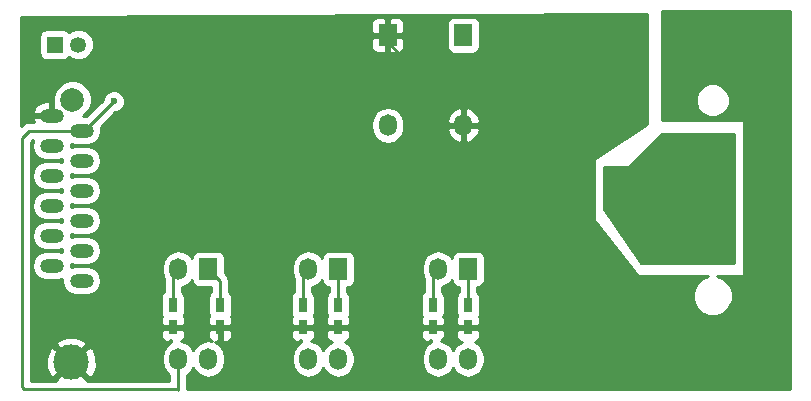
<source format=gbr>
G04 #@! TF.FileFunction,Copper,L2,Bot,Signal*
%FSLAX46Y46*%
G04 Gerber Fmt 4.6, Leading zero omitted, Abs format (unit mm)*
G04 Created by KiCad (PCBNEW 4.0.4+e1-6308~48~ubuntu14.04.1-stable) date Sun Oct 16 10:35:48 2016*
%MOMM*%
%LPD*%
G01*
G04 APERTURE LIST*
%ADD10C,0.100000*%
%ADD11R,1.350000X1.350000*%
%ADD12C,1.350000*%
%ADD13O,2.000000X1.200000*%
%ADD14C,2.000000*%
%ADD15R,0.750000X1.200000*%
%ADD16R,1.524000X1.824000*%
%ADD17O,1.524000X1.824000*%
%ADD18C,3.000000*%
%ADD19C,0.600000*%
%ADD20C,0.250000*%
%ADD21C,0.254000*%
G04 APERTURE END LIST*
D10*
D11*
X154000000Y-93000000D03*
D12*
X156000000Y-93000000D03*
D13*
X153730000Y-99015000D03*
X156270000Y-100285000D03*
X153730000Y-101555000D03*
X156270000Y-102825000D03*
X153730000Y-104095000D03*
X156270000Y-105365000D03*
X153730000Y-106635000D03*
X156270000Y-107905000D03*
X153730000Y-109175000D03*
X156270000Y-110445000D03*
X153730000Y-111715000D03*
X156270000Y-112985000D03*
D14*
X155500000Y-97650000D03*
D15*
X189000000Y-115050000D03*
X189000000Y-116950000D03*
X186000000Y-115050000D03*
X186000000Y-116950000D03*
X168000000Y-115050000D03*
X168000000Y-116950000D03*
X164000000Y-115050000D03*
X164000000Y-116950000D03*
X178000000Y-115050000D03*
X178000000Y-116950000D03*
X175000000Y-115050000D03*
X175000000Y-116950000D03*
D16*
X188600000Y-92200000D03*
D17*
X188600000Y-99820000D03*
D16*
X182200000Y-92200000D03*
D17*
X182200000Y-99820000D03*
D16*
X167000000Y-112000000D03*
D17*
X167000000Y-119620000D03*
X164460000Y-112000000D03*
X164460000Y-119620000D03*
D16*
X178000000Y-112000000D03*
D17*
X178000000Y-119620000D03*
X175460000Y-112000000D03*
X175460000Y-119620000D03*
D16*
X189000000Y-112000000D03*
D17*
X189000000Y-119620000D03*
X186460000Y-112000000D03*
X186460000Y-119620000D03*
D18*
X155400000Y-119900000D03*
D19*
X213300000Y-107400000D03*
X213300000Y-104600000D03*
X213300000Y-101900000D03*
X163600000Y-96800000D03*
X200600000Y-117500000D03*
X199600000Y-111200000D03*
X172200000Y-98400000D03*
X169400000Y-98400000D03*
X215200000Y-108800000D03*
X215200000Y-106000000D03*
X215000000Y-103400000D03*
X215200000Y-100400000D03*
X190400000Y-107000000D03*
X175000000Y-98400000D03*
X173400000Y-94400000D03*
X195400000Y-103000000D03*
X190400000Y-105200000D03*
X203000000Y-107400000D03*
X207200000Y-108800000D03*
X205800000Y-101000000D03*
X206000000Y-103200000D03*
X207600000Y-106000000D03*
X206800000Y-103200000D03*
X205400000Y-107400000D03*
X206400000Y-105800000D03*
X159000000Y-97800000D03*
D20*
X164000000Y-116950000D02*
X158350000Y-116950000D01*
X158350000Y-116950000D02*
X155400000Y-119900000D01*
X213400000Y-107500000D02*
X215200000Y-107500000D01*
X213300000Y-107400000D02*
X213400000Y-107500000D01*
X213300000Y-101900000D02*
X213300000Y-104600000D01*
X215200000Y-108800000D02*
X215200000Y-115600000D01*
X213300000Y-117500000D02*
X200600000Y-117500000D01*
X215200000Y-115600000D02*
X213300000Y-117500000D01*
X182200000Y-92200000D02*
X182200000Y-92800000D01*
X182200000Y-92800000D02*
X184100000Y-94700000D01*
X188600000Y-99820000D02*
X185580000Y-99820000D01*
X185580000Y-99820000D02*
X185400000Y-100000000D01*
X163600000Y-96800000D02*
X163600000Y-96000000D01*
X182800000Y-96000000D02*
X182800000Y-97600000D01*
X184100000Y-94700000D02*
X182800000Y-96000000D01*
X164000000Y-116950000D02*
X168000000Y-116950000D01*
X168000000Y-116950000D02*
X175000000Y-116950000D01*
X175000000Y-116950000D02*
X178000000Y-116950000D01*
X178000000Y-116950000D02*
X186000000Y-116950000D01*
X186000000Y-116950000D02*
X189000000Y-116950000D01*
X189000000Y-116950000D02*
X189050000Y-117000000D01*
X189050000Y-117000000D02*
X191200000Y-117000000D01*
X191200000Y-117000000D02*
X192200000Y-116000000D01*
X172200000Y-96000000D02*
X172200000Y-96200000D01*
X172200000Y-98400000D02*
X172200000Y-96000000D01*
X169400000Y-98400000D02*
X169400000Y-96200000D01*
X153730000Y-96670000D02*
X153730000Y-99015000D01*
X154400000Y-96000000D02*
X153730000Y-96670000D01*
X173400000Y-96000000D02*
X163600000Y-96000000D01*
X163600000Y-96000000D02*
X161800000Y-96000000D01*
X161800000Y-96000000D02*
X159600000Y-96000000D01*
X159600000Y-96000000D02*
X158600000Y-96000000D01*
X158600000Y-96000000D02*
X154400000Y-96000000D01*
X215200000Y-103600000D02*
X215200000Y-104000000D01*
X215000000Y-103400000D02*
X215200000Y-103600000D01*
X215200000Y-100400000D02*
X215200000Y-104000000D01*
X215200000Y-104000000D02*
X215200000Y-106000000D01*
X215200000Y-106000000D02*
X215200000Y-107500000D01*
X215200000Y-107500000D02*
X215200000Y-108800000D01*
X199600000Y-111200000D02*
X197400000Y-113400000D01*
X192200000Y-116000000D02*
X192200000Y-113400000D01*
X197400000Y-113400000D02*
X192200000Y-113400000D01*
X192200000Y-113400000D02*
X192200000Y-111400000D01*
X192200000Y-111400000D02*
X190400000Y-109600000D01*
X197400000Y-114300000D02*
X197400000Y-113400000D01*
X200600000Y-117500000D02*
X197400000Y-114300000D01*
X175000000Y-98400000D02*
X175000000Y-96000000D01*
X173400000Y-94400000D02*
X173400000Y-96000000D01*
X181200000Y-96000000D02*
X175000000Y-96000000D01*
X175000000Y-96000000D02*
X173400000Y-96000000D01*
X195400000Y-103000000D02*
X188200000Y-103000000D01*
X190400000Y-105200000D02*
X188200000Y-103000000D01*
X188200000Y-103000000D02*
X185600000Y-100400000D01*
X185600000Y-100400000D02*
X182800000Y-97600000D01*
X190400000Y-107000000D02*
X190400000Y-105200000D01*
X190400000Y-109600000D02*
X190400000Y-107000000D01*
X182800000Y-97600000D02*
X181200000Y-96000000D01*
X204400000Y-108800000D02*
X207200000Y-108800000D01*
X203000000Y-107400000D02*
X204400000Y-108800000D01*
X206000000Y-103200000D02*
X205800000Y-103000000D01*
X205800000Y-101000000D02*
X205800000Y-103000000D01*
X207600000Y-104000000D02*
X207600000Y-106000000D01*
X206800000Y-103200000D02*
X207600000Y-104000000D01*
X206400000Y-105800000D02*
X206400000Y-106400000D01*
X206400000Y-106400000D02*
X205400000Y-107400000D01*
X164460000Y-119620000D02*
X164460000Y-122240000D01*
X151815000Y-100285000D02*
X156270000Y-100285000D01*
X151200000Y-100900000D02*
X151815000Y-100285000D01*
X151200000Y-122000000D02*
X151200000Y-100900000D01*
X151400000Y-122200000D02*
X151200000Y-122000000D01*
X164420000Y-122200000D02*
X151400000Y-122200000D01*
X164460000Y-122240000D02*
X164420000Y-122200000D01*
X156270000Y-100285000D02*
X156515000Y-100285000D01*
X156515000Y-100285000D02*
X159000000Y-97800000D01*
X175000000Y-115050000D02*
X175000000Y-112460000D01*
X175000000Y-112460000D02*
X175460000Y-112000000D01*
X178000000Y-115050000D02*
X178000000Y-112000000D01*
X164000000Y-115050000D02*
X164000000Y-112460000D01*
X164000000Y-112460000D02*
X164460000Y-112000000D01*
X168000000Y-115050000D02*
X168000000Y-113000000D01*
X168000000Y-113000000D02*
X167000000Y-112000000D01*
X186000000Y-115050000D02*
X186000000Y-112460000D01*
X186000000Y-112460000D02*
X186460000Y-112000000D01*
X189000000Y-115050000D02*
X189000000Y-112000000D01*
D21*
G36*
X211473000Y-111473000D02*
X203666359Y-111473000D01*
X200527000Y-106960171D01*
X200527000Y-103327000D01*
X202600000Y-103327000D01*
X202649410Y-103316994D01*
X202689803Y-103289803D01*
X205452606Y-100527000D01*
X211473000Y-100527000D01*
X211473000Y-111473000D01*
X211473000Y-111473000D01*
G37*
X211473000Y-111473000D02*
X203666359Y-111473000D01*
X200527000Y-106960171D01*
X200527000Y-103327000D01*
X202600000Y-103327000D01*
X202649410Y-103316994D01*
X202689803Y-103289803D01*
X205452606Y-100527000D01*
X211473000Y-100527000D01*
X211473000Y-111473000D01*
G36*
X216290000Y-122123000D02*
X165220000Y-122123000D01*
X165220000Y-120940366D01*
X165447828Y-120788136D01*
X165730000Y-120365837D01*
X166012172Y-120788136D01*
X166465391Y-121090968D01*
X167000000Y-121197308D01*
X167534609Y-121090968D01*
X167987828Y-120788136D01*
X168290660Y-120334917D01*
X168397000Y-119800308D01*
X168397000Y-119439692D01*
X168290660Y-118905083D01*
X167987828Y-118451864D01*
X167588439Y-118185000D01*
X167714250Y-118185000D01*
X167873000Y-118026250D01*
X167873000Y-117077000D01*
X168127000Y-117077000D01*
X168127000Y-118026250D01*
X168285750Y-118185000D01*
X168501310Y-118185000D01*
X168734699Y-118088327D01*
X168913327Y-117909698D01*
X169010000Y-117676309D01*
X169010000Y-117235750D01*
X173990000Y-117235750D01*
X173990000Y-117676309D01*
X174086673Y-117909698D01*
X174265301Y-118088327D01*
X174498690Y-118185000D01*
X174714250Y-118185000D01*
X174872998Y-118026252D01*
X174872998Y-118184040D01*
X174472172Y-118451864D01*
X174169340Y-118905083D01*
X174063000Y-119439692D01*
X174063000Y-119800308D01*
X174169340Y-120334917D01*
X174472172Y-120788136D01*
X174925391Y-121090968D01*
X175460000Y-121197308D01*
X175994609Y-121090968D01*
X176447828Y-120788136D01*
X176730000Y-120365837D01*
X177012172Y-120788136D01*
X177465391Y-121090968D01*
X178000000Y-121197308D01*
X178534609Y-121090968D01*
X178987828Y-120788136D01*
X179290660Y-120334917D01*
X179397000Y-119800308D01*
X179397000Y-119439692D01*
X179290660Y-118905083D01*
X178987828Y-118451864D01*
X178555096Y-118162721D01*
X178734699Y-118088327D01*
X178913327Y-117909698D01*
X179010000Y-117676309D01*
X179010000Y-117235750D01*
X184990000Y-117235750D01*
X184990000Y-117676309D01*
X185086673Y-117909698D01*
X185265301Y-118088327D01*
X185498690Y-118185000D01*
X185714250Y-118185000D01*
X185872998Y-118026252D01*
X185872998Y-118184040D01*
X185472172Y-118451864D01*
X185169340Y-118905083D01*
X185063000Y-119439692D01*
X185063000Y-119800308D01*
X185169340Y-120334917D01*
X185472172Y-120788136D01*
X185925391Y-121090968D01*
X186460000Y-121197308D01*
X186994609Y-121090968D01*
X187447828Y-120788136D01*
X187730000Y-120365837D01*
X188012172Y-120788136D01*
X188465391Y-121090968D01*
X189000000Y-121197308D01*
X189534609Y-121090968D01*
X189987828Y-120788136D01*
X190290660Y-120334917D01*
X190397000Y-119800308D01*
X190397000Y-119439692D01*
X190290660Y-118905083D01*
X189987828Y-118451864D01*
X189555096Y-118162721D01*
X189734699Y-118088327D01*
X189913327Y-117909698D01*
X190010000Y-117676309D01*
X190010000Y-117235750D01*
X189851250Y-117077000D01*
X189127000Y-117077000D01*
X189127000Y-117097000D01*
X188873000Y-117097000D01*
X188873000Y-117077000D01*
X188148750Y-117077000D01*
X187990000Y-117235750D01*
X187990000Y-117676309D01*
X188086673Y-117909698D01*
X188265301Y-118088327D01*
X188444904Y-118162721D01*
X188012172Y-118451864D01*
X187730000Y-118874163D01*
X187447828Y-118451864D01*
X186994609Y-118149032D01*
X186720011Y-118094411D01*
X186734699Y-118088327D01*
X186913327Y-117909698D01*
X187010000Y-117676309D01*
X187010000Y-117235750D01*
X186851250Y-117077000D01*
X186127000Y-117077000D01*
X186127000Y-117097000D01*
X185873000Y-117097000D01*
X185873000Y-117077000D01*
X185148750Y-117077000D01*
X184990000Y-117235750D01*
X179010000Y-117235750D01*
X178851250Y-117077000D01*
X178127000Y-117077000D01*
X178127000Y-117097000D01*
X177873000Y-117097000D01*
X177873000Y-117077000D01*
X177148750Y-117077000D01*
X176990000Y-117235750D01*
X176990000Y-117676309D01*
X177086673Y-117909698D01*
X177265301Y-118088327D01*
X177444904Y-118162721D01*
X177012172Y-118451864D01*
X176730000Y-118874163D01*
X176447828Y-118451864D01*
X175994609Y-118149032D01*
X175720011Y-118094411D01*
X175734699Y-118088327D01*
X175913327Y-117909698D01*
X176010000Y-117676309D01*
X176010000Y-117235750D01*
X175851250Y-117077000D01*
X175127000Y-117077000D01*
X175127000Y-117097000D01*
X174873000Y-117097000D01*
X174873000Y-117077000D01*
X174148750Y-117077000D01*
X173990000Y-117235750D01*
X169010000Y-117235750D01*
X168851250Y-117077000D01*
X168127000Y-117077000D01*
X167873000Y-117077000D01*
X167148750Y-117077000D01*
X166990000Y-117235750D01*
X166990000Y-117676309D01*
X167086673Y-117909698D01*
X167265301Y-118088327D01*
X167298447Y-118102057D01*
X167000000Y-118042692D01*
X166465391Y-118149032D01*
X166012172Y-118451864D01*
X165730000Y-118874163D01*
X165447828Y-118451864D01*
X164994609Y-118149032D01*
X164720011Y-118094411D01*
X164734699Y-118088327D01*
X164913327Y-117909698D01*
X165010000Y-117676309D01*
X165010000Y-117235750D01*
X164851250Y-117077000D01*
X164127000Y-117077000D01*
X164127000Y-117097000D01*
X163873000Y-117097000D01*
X163873000Y-117077000D01*
X163148750Y-117077000D01*
X162990000Y-117235750D01*
X162990000Y-117676309D01*
X163086673Y-117909698D01*
X163265301Y-118088327D01*
X163498690Y-118185000D01*
X163714250Y-118185000D01*
X163872998Y-118026252D01*
X163872998Y-118184040D01*
X163472172Y-118451864D01*
X163169340Y-118905083D01*
X163063000Y-119439692D01*
X163063000Y-119800308D01*
X163169340Y-120334917D01*
X163472172Y-120788136D01*
X163700000Y-120940366D01*
X163700000Y-121440000D01*
X156721317Y-121440000D01*
X156734365Y-121413970D01*
X155400000Y-120079605D01*
X154065635Y-121413970D01*
X154078683Y-121440000D01*
X151960000Y-121440000D01*
X151960000Y-119516187D01*
X153257277Y-119516187D01*
X153273503Y-120365387D01*
X153567261Y-121074582D01*
X153886030Y-121234365D01*
X155220395Y-119900000D01*
X155579605Y-119900000D01*
X156913970Y-121234365D01*
X157232739Y-121074582D01*
X157542723Y-120283813D01*
X157526497Y-119434613D01*
X157232739Y-118725418D01*
X156913970Y-118565635D01*
X155579605Y-119900000D01*
X155220395Y-119900000D01*
X153886030Y-118565635D01*
X153567261Y-118725418D01*
X153257277Y-119516187D01*
X151960000Y-119516187D01*
X151960000Y-118386030D01*
X154065635Y-118386030D01*
X155400000Y-119720395D01*
X156734365Y-118386030D01*
X156574582Y-118067261D01*
X155783813Y-117757277D01*
X154934613Y-117773503D01*
X154225418Y-118067261D01*
X154065635Y-118386030D01*
X151960000Y-118386030D01*
X151960000Y-114450000D01*
X162977560Y-114450000D01*
X162977560Y-115650000D01*
X163021838Y-115885317D01*
X163088329Y-115988646D01*
X163086673Y-115990302D01*
X162990000Y-116223691D01*
X162990000Y-116664250D01*
X163148750Y-116823000D01*
X163873000Y-116823000D01*
X163873000Y-116803000D01*
X164127000Y-116803000D01*
X164127000Y-116823000D01*
X164851250Y-116823000D01*
X165010000Y-116664250D01*
X165010000Y-116223691D01*
X164913327Y-115990302D01*
X164911957Y-115988932D01*
X164971431Y-115901890D01*
X165022440Y-115650000D01*
X165022440Y-114450000D01*
X164978162Y-114214683D01*
X164839090Y-113998559D01*
X164760000Y-113944519D01*
X164760000Y-113517634D01*
X164994609Y-113470968D01*
X165447828Y-113168136D01*
X165596803Y-112945179D01*
X165634838Y-113147317D01*
X165773910Y-113363441D01*
X165986110Y-113508431D01*
X166238000Y-113559440D01*
X167240000Y-113559440D01*
X167240000Y-113943156D01*
X167173559Y-113985910D01*
X167028569Y-114198110D01*
X166977560Y-114450000D01*
X166977560Y-115650000D01*
X167021838Y-115885317D01*
X167088329Y-115988646D01*
X167086673Y-115990302D01*
X166990000Y-116223691D01*
X166990000Y-116664250D01*
X167148750Y-116823000D01*
X167873000Y-116823000D01*
X167873000Y-116803000D01*
X168127000Y-116803000D01*
X168127000Y-116823000D01*
X168851250Y-116823000D01*
X169010000Y-116664250D01*
X169010000Y-116223691D01*
X168913327Y-115990302D01*
X168911957Y-115988932D01*
X168971431Y-115901890D01*
X169022440Y-115650000D01*
X169022440Y-114450000D01*
X173977560Y-114450000D01*
X173977560Y-115650000D01*
X174021838Y-115885317D01*
X174088329Y-115988646D01*
X174086673Y-115990302D01*
X173990000Y-116223691D01*
X173990000Y-116664250D01*
X174148750Y-116823000D01*
X174873000Y-116823000D01*
X174873000Y-116803000D01*
X175127000Y-116803000D01*
X175127000Y-116823000D01*
X175851250Y-116823000D01*
X176010000Y-116664250D01*
X176010000Y-116223691D01*
X175913327Y-115990302D01*
X175911957Y-115988932D01*
X175971431Y-115901890D01*
X176022440Y-115650000D01*
X176022440Y-114450000D01*
X175978162Y-114214683D01*
X175839090Y-113998559D01*
X175760000Y-113944519D01*
X175760000Y-113517634D01*
X175994609Y-113470968D01*
X176447828Y-113168136D01*
X176596803Y-112945179D01*
X176634838Y-113147317D01*
X176773910Y-113363441D01*
X176986110Y-113508431D01*
X177238000Y-113559440D01*
X177240000Y-113559440D01*
X177240000Y-113943156D01*
X177173559Y-113985910D01*
X177028569Y-114198110D01*
X176977560Y-114450000D01*
X176977560Y-115650000D01*
X177021838Y-115885317D01*
X177088329Y-115988646D01*
X177086673Y-115990302D01*
X176990000Y-116223691D01*
X176990000Y-116664250D01*
X177148750Y-116823000D01*
X177873000Y-116823000D01*
X177873000Y-116803000D01*
X178127000Y-116803000D01*
X178127000Y-116823000D01*
X178851250Y-116823000D01*
X179010000Y-116664250D01*
X179010000Y-116223691D01*
X178913327Y-115990302D01*
X178911957Y-115988932D01*
X178971431Y-115901890D01*
X179022440Y-115650000D01*
X179022440Y-114450000D01*
X184977560Y-114450000D01*
X184977560Y-115650000D01*
X185021838Y-115885317D01*
X185088329Y-115988646D01*
X185086673Y-115990302D01*
X184990000Y-116223691D01*
X184990000Y-116664250D01*
X185148750Y-116823000D01*
X185873000Y-116823000D01*
X185873000Y-116803000D01*
X186127000Y-116803000D01*
X186127000Y-116823000D01*
X186851250Y-116823000D01*
X187010000Y-116664250D01*
X187010000Y-116223691D01*
X186913327Y-115990302D01*
X186911957Y-115988932D01*
X186971431Y-115901890D01*
X187022440Y-115650000D01*
X187022440Y-114450000D01*
X186978162Y-114214683D01*
X186839090Y-113998559D01*
X186760000Y-113944519D01*
X186760000Y-113517634D01*
X186994609Y-113470968D01*
X187447828Y-113168136D01*
X187596803Y-112945179D01*
X187634838Y-113147317D01*
X187773910Y-113363441D01*
X187986110Y-113508431D01*
X188238000Y-113559440D01*
X188240000Y-113559440D01*
X188240000Y-113943156D01*
X188173559Y-113985910D01*
X188028569Y-114198110D01*
X187977560Y-114450000D01*
X187977560Y-115650000D01*
X188021838Y-115885317D01*
X188088329Y-115988646D01*
X188086673Y-115990302D01*
X187990000Y-116223691D01*
X187990000Y-116664250D01*
X188148750Y-116823000D01*
X188873000Y-116823000D01*
X188873000Y-116803000D01*
X189127000Y-116803000D01*
X189127000Y-116823000D01*
X189851250Y-116823000D01*
X190010000Y-116664250D01*
X190010000Y-116223691D01*
X189913327Y-115990302D01*
X189911957Y-115988932D01*
X189971431Y-115901890D01*
X190022440Y-115650000D01*
X190022440Y-114450000D01*
X189978162Y-114214683D01*
X189839090Y-113998559D01*
X189760000Y-113944519D01*
X189760000Y-113559440D01*
X189762000Y-113559440D01*
X189997317Y-113515162D01*
X190213441Y-113376090D01*
X190358431Y-113163890D01*
X190409440Y-112912000D01*
X190409440Y-111088000D01*
X190365162Y-110852683D01*
X190226090Y-110636559D01*
X190013890Y-110491569D01*
X189762000Y-110440560D01*
X188238000Y-110440560D01*
X188002683Y-110484838D01*
X187786559Y-110623910D01*
X187641569Y-110836110D01*
X187597168Y-111055367D01*
X187447828Y-110831864D01*
X186994609Y-110529032D01*
X186460000Y-110422692D01*
X185925391Y-110529032D01*
X185472172Y-110831864D01*
X185169340Y-111285083D01*
X185063000Y-111819692D01*
X185063000Y-112180308D01*
X185169340Y-112714917D01*
X185240000Y-112820667D01*
X185240000Y-113943156D01*
X185173559Y-113985910D01*
X185028569Y-114198110D01*
X184977560Y-114450000D01*
X179022440Y-114450000D01*
X178978162Y-114214683D01*
X178839090Y-113998559D01*
X178760000Y-113944519D01*
X178760000Y-113559440D01*
X178762000Y-113559440D01*
X178997317Y-113515162D01*
X179213441Y-113376090D01*
X179358431Y-113163890D01*
X179409440Y-112912000D01*
X179409440Y-111088000D01*
X179365162Y-110852683D01*
X179226090Y-110636559D01*
X179013890Y-110491569D01*
X178762000Y-110440560D01*
X177238000Y-110440560D01*
X177002683Y-110484838D01*
X176786559Y-110623910D01*
X176641569Y-110836110D01*
X176597168Y-111055367D01*
X176447828Y-110831864D01*
X175994609Y-110529032D01*
X175460000Y-110422692D01*
X174925391Y-110529032D01*
X174472172Y-110831864D01*
X174169340Y-111285083D01*
X174063000Y-111819692D01*
X174063000Y-112180308D01*
X174169340Y-112714917D01*
X174240000Y-112820667D01*
X174240000Y-113943156D01*
X174173559Y-113985910D01*
X174028569Y-114198110D01*
X173977560Y-114450000D01*
X169022440Y-114450000D01*
X168978162Y-114214683D01*
X168839090Y-113998559D01*
X168760000Y-113944519D01*
X168760000Y-113000000D01*
X168702148Y-112709161D01*
X168537401Y-112462599D01*
X168409440Y-112334638D01*
X168409440Y-111088000D01*
X168365162Y-110852683D01*
X168226090Y-110636559D01*
X168013890Y-110491569D01*
X167762000Y-110440560D01*
X166238000Y-110440560D01*
X166002683Y-110484838D01*
X165786559Y-110623910D01*
X165641569Y-110836110D01*
X165597168Y-111055367D01*
X165447828Y-110831864D01*
X164994609Y-110529032D01*
X164460000Y-110422692D01*
X163925391Y-110529032D01*
X163472172Y-110831864D01*
X163169340Y-111285083D01*
X163063000Y-111819692D01*
X163063000Y-112180308D01*
X163169340Y-112714917D01*
X163240000Y-112820667D01*
X163240000Y-113943156D01*
X163173559Y-113985910D01*
X163028569Y-114198110D01*
X162977560Y-114450000D01*
X151960000Y-114450000D01*
X151960000Y-101214802D01*
X152129802Y-101045000D01*
X152181957Y-101045000D01*
X152156977Y-101082386D01*
X152062968Y-101555000D01*
X152156977Y-102027614D01*
X152424691Y-102428277D01*
X152825354Y-102695991D01*
X153297968Y-102790000D01*
X154162032Y-102790000D01*
X154628382Y-102697237D01*
X154602968Y-102825000D01*
X154628382Y-102952763D01*
X154162032Y-102860000D01*
X153297968Y-102860000D01*
X152825354Y-102954009D01*
X152424691Y-103221723D01*
X152156977Y-103622386D01*
X152062968Y-104095000D01*
X152156977Y-104567614D01*
X152424691Y-104968277D01*
X152825354Y-105235991D01*
X153297968Y-105330000D01*
X154162032Y-105330000D01*
X154628382Y-105237237D01*
X154602968Y-105365000D01*
X154628382Y-105492763D01*
X154162032Y-105400000D01*
X153297968Y-105400000D01*
X152825354Y-105494009D01*
X152424691Y-105761723D01*
X152156977Y-106162386D01*
X152062968Y-106635000D01*
X152156977Y-107107614D01*
X152424691Y-107508277D01*
X152825354Y-107775991D01*
X153297968Y-107870000D01*
X154162032Y-107870000D01*
X154628382Y-107777237D01*
X154602968Y-107905000D01*
X154628382Y-108032763D01*
X154162032Y-107940000D01*
X153297968Y-107940000D01*
X152825354Y-108034009D01*
X152424691Y-108301723D01*
X152156977Y-108702386D01*
X152062968Y-109175000D01*
X152156977Y-109647614D01*
X152424691Y-110048277D01*
X152825354Y-110315991D01*
X153297968Y-110410000D01*
X154162032Y-110410000D01*
X154628382Y-110317237D01*
X154602968Y-110445000D01*
X154628382Y-110572763D01*
X154162032Y-110480000D01*
X153297968Y-110480000D01*
X152825354Y-110574009D01*
X152424691Y-110841723D01*
X152156977Y-111242386D01*
X152062968Y-111715000D01*
X152156977Y-112187614D01*
X152424691Y-112588277D01*
X152825354Y-112855991D01*
X153297968Y-112950000D01*
X154162032Y-112950000D01*
X154628382Y-112857237D01*
X154602968Y-112985000D01*
X154696977Y-113457614D01*
X154964691Y-113858277D01*
X155365354Y-114125991D01*
X155837968Y-114220000D01*
X156702032Y-114220000D01*
X157174646Y-114125991D01*
X157575309Y-113858277D01*
X157843023Y-113457614D01*
X157937032Y-112985000D01*
X157843023Y-112512386D01*
X157575309Y-112111723D01*
X157174646Y-111844009D01*
X156702032Y-111750000D01*
X155837968Y-111750000D01*
X155371618Y-111842763D01*
X155397032Y-111715000D01*
X155371618Y-111587237D01*
X155837968Y-111680000D01*
X156702032Y-111680000D01*
X157174646Y-111585991D01*
X157575309Y-111318277D01*
X157843023Y-110917614D01*
X157937032Y-110445000D01*
X157843023Y-109972386D01*
X157575309Y-109571723D01*
X157174646Y-109304009D01*
X156702032Y-109210000D01*
X155837968Y-109210000D01*
X155371618Y-109302763D01*
X155397032Y-109175000D01*
X155371618Y-109047237D01*
X155837968Y-109140000D01*
X156702032Y-109140000D01*
X157174646Y-109045991D01*
X157575309Y-108778277D01*
X157843023Y-108377614D01*
X157937032Y-107905000D01*
X157843023Y-107432386D01*
X157575309Y-107031723D01*
X157174646Y-106764009D01*
X156702032Y-106670000D01*
X155837968Y-106670000D01*
X155371618Y-106762763D01*
X155397032Y-106635000D01*
X155371618Y-106507237D01*
X155837968Y-106600000D01*
X156702032Y-106600000D01*
X157174646Y-106505991D01*
X157575309Y-106238277D01*
X157843023Y-105837614D01*
X157937032Y-105365000D01*
X157843023Y-104892386D01*
X157575309Y-104491723D01*
X157174646Y-104224009D01*
X156702032Y-104130000D01*
X155837968Y-104130000D01*
X155371618Y-104222763D01*
X155397032Y-104095000D01*
X155371618Y-103967237D01*
X155837968Y-104060000D01*
X156702032Y-104060000D01*
X157174646Y-103965991D01*
X157575309Y-103698277D01*
X157843023Y-103297614D01*
X157937032Y-102825000D01*
X157843023Y-102352386D01*
X157575309Y-101951723D01*
X157174646Y-101684009D01*
X156702032Y-101590000D01*
X155837968Y-101590000D01*
X155371618Y-101682763D01*
X155397032Y-101555000D01*
X155371618Y-101427237D01*
X155837968Y-101520000D01*
X156702032Y-101520000D01*
X157174646Y-101425991D01*
X157575309Y-101158277D01*
X157843023Y-100757614D01*
X157937032Y-100285000D01*
X157879423Y-99995379D01*
X158235110Y-99639692D01*
X180803000Y-99639692D01*
X180803000Y-100000308D01*
X180909340Y-100534917D01*
X181212172Y-100988136D01*
X181665391Y-101290968D01*
X182200000Y-101397308D01*
X182734609Y-101290968D01*
X183187828Y-100988136D01*
X183490660Y-100534917D01*
X183564044Y-100165985D01*
X187215571Y-100165985D01*
X187395955Y-100680865D01*
X187759644Y-101087522D01*
X188251269Y-101324046D01*
X188256930Y-101324220D01*
X188473000Y-101201720D01*
X188473000Y-99947000D01*
X188727000Y-99947000D01*
X188727000Y-101201720D01*
X188943070Y-101324220D01*
X188948731Y-101324046D01*
X189440356Y-101087522D01*
X189804045Y-100680865D01*
X189984429Y-100165985D01*
X189839293Y-99947000D01*
X188727000Y-99947000D01*
X188473000Y-99947000D01*
X187360707Y-99947000D01*
X187215571Y-100165985D01*
X183564044Y-100165985D01*
X183597000Y-100000308D01*
X183597000Y-99639692D01*
X183564045Y-99474015D01*
X187215571Y-99474015D01*
X187360707Y-99693000D01*
X188473000Y-99693000D01*
X188473000Y-98438280D01*
X188727000Y-98438280D01*
X188727000Y-99693000D01*
X189839293Y-99693000D01*
X189984429Y-99474015D01*
X189804045Y-98959135D01*
X189440356Y-98552478D01*
X188948731Y-98315954D01*
X188943070Y-98315780D01*
X188727000Y-98438280D01*
X188473000Y-98438280D01*
X188256930Y-98315780D01*
X188251269Y-98315954D01*
X187759644Y-98552478D01*
X187395955Y-98959135D01*
X187215571Y-99474015D01*
X183564045Y-99474015D01*
X183490660Y-99105083D01*
X183187828Y-98651864D01*
X182734609Y-98349032D01*
X182200000Y-98242692D01*
X181665391Y-98349032D01*
X181212172Y-98651864D01*
X180909340Y-99105083D01*
X180803000Y-99639692D01*
X158235110Y-99639692D01*
X159139680Y-98735122D01*
X159185167Y-98735162D01*
X159528943Y-98593117D01*
X159792192Y-98330327D01*
X159934838Y-97986799D01*
X159935162Y-97614833D01*
X159793117Y-97271057D01*
X159530327Y-97007808D01*
X159186799Y-96865162D01*
X158814833Y-96864838D01*
X158471057Y-97006883D01*
X158207808Y-97269673D01*
X158065162Y-97613201D01*
X158065121Y-97660077D01*
X156675198Y-99050000D01*
X156393224Y-99050000D01*
X156424943Y-99036894D01*
X156885278Y-98577363D01*
X157134716Y-97976648D01*
X157135284Y-97326205D01*
X156886894Y-96725057D01*
X156427363Y-96264722D01*
X155826648Y-96015284D01*
X155176205Y-96014716D01*
X154575057Y-96263106D01*
X154114722Y-96722637D01*
X153865284Y-97323352D01*
X153864885Y-97780000D01*
X153857000Y-97780000D01*
X153857000Y-98888000D01*
X153877000Y-98888000D01*
X153877000Y-99142000D01*
X153857000Y-99142000D01*
X153857000Y-99162000D01*
X153603000Y-99162000D01*
X153603000Y-99142000D01*
X152261269Y-99142000D01*
X152136538Y-99332609D01*
X152140408Y-99370281D01*
X152222254Y-99525000D01*
X151815000Y-99525000D01*
X151524160Y-99582852D01*
X151277599Y-99747599D01*
X151127000Y-99898198D01*
X151127000Y-98697391D01*
X152136538Y-98697391D01*
X152261269Y-98888000D01*
X153603000Y-98888000D01*
X153603000Y-97780000D01*
X153203000Y-97780000D01*
X152740053Y-97922610D01*
X152366920Y-98231526D01*
X152140408Y-98659719D01*
X152136538Y-98697391D01*
X151127000Y-98697391D01*
X151127000Y-92325000D01*
X152677560Y-92325000D01*
X152677560Y-93675000D01*
X152721838Y-93910317D01*
X152860910Y-94126441D01*
X153073110Y-94271431D01*
X153325000Y-94322440D01*
X154675000Y-94322440D01*
X154910317Y-94278162D01*
X155126441Y-94139090D01*
X155191316Y-94044142D01*
X155256976Y-94109916D01*
X155738282Y-94309772D01*
X156259432Y-94310226D01*
X156741086Y-94111211D01*
X157109916Y-93743024D01*
X157309772Y-93261718D01*
X157310226Y-92740568D01*
X157204938Y-92485750D01*
X180803000Y-92485750D01*
X180803000Y-93238310D01*
X180899673Y-93471699D01*
X181078302Y-93650327D01*
X181311691Y-93747000D01*
X181914250Y-93747000D01*
X182073000Y-93588250D01*
X182073000Y-92327000D01*
X182327000Y-92327000D01*
X182327000Y-93588250D01*
X182485750Y-93747000D01*
X183088309Y-93747000D01*
X183321698Y-93650327D01*
X183500327Y-93471699D01*
X183597000Y-93238310D01*
X183597000Y-92485750D01*
X183438250Y-92327000D01*
X182327000Y-92327000D01*
X182073000Y-92327000D01*
X180961750Y-92327000D01*
X180803000Y-92485750D01*
X157204938Y-92485750D01*
X157111211Y-92258914D01*
X156743024Y-91890084D01*
X156261718Y-91690228D01*
X155740568Y-91689774D01*
X155258914Y-91888789D01*
X155191923Y-91955663D01*
X155139090Y-91873559D01*
X154926890Y-91728569D01*
X154675000Y-91677560D01*
X153325000Y-91677560D01*
X153089683Y-91721838D01*
X152873559Y-91860910D01*
X152728569Y-92073110D01*
X152677560Y-92325000D01*
X151127000Y-92325000D01*
X151127000Y-91161690D01*
X180803000Y-91161690D01*
X180803000Y-91914250D01*
X180961750Y-92073000D01*
X182073000Y-92073000D01*
X182073000Y-90811750D01*
X182327000Y-90811750D01*
X182327000Y-92073000D01*
X183438250Y-92073000D01*
X183597000Y-91914250D01*
X183597000Y-91288000D01*
X187190560Y-91288000D01*
X187190560Y-93112000D01*
X187234838Y-93347317D01*
X187373910Y-93563441D01*
X187586110Y-93708431D01*
X187838000Y-93759440D01*
X189362000Y-93759440D01*
X189597317Y-93715162D01*
X189813441Y-93576090D01*
X189958431Y-93363890D01*
X190009440Y-93112000D01*
X190009440Y-91288000D01*
X189965162Y-91052683D01*
X189826090Y-90836559D01*
X189613890Y-90691569D01*
X189362000Y-90640560D01*
X187838000Y-90640560D01*
X187602683Y-90684838D01*
X187386559Y-90823910D01*
X187241569Y-91036110D01*
X187190560Y-91288000D01*
X183597000Y-91288000D01*
X183597000Y-91161690D01*
X183500327Y-90928301D01*
X183321698Y-90749673D01*
X183088309Y-90653000D01*
X182485750Y-90653000D01*
X182327000Y-90811750D01*
X182073000Y-90811750D01*
X181914250Y-90653000D01*
X181311691Y-90653000D01*
X181078302Y-90749673D01*
X180899673Y-90928301D01*
X180803000Y-91161690D01*
X151127000Y-91161690D01*
X151127000Y-90626406D01*
X204123000Y-90377598D01*
X204123000Y-99682032D01*
X199679553Y-102644330D01*
X199643992Y-102680063D01*
X199623000Y-102750000D01*
X199623000Y-107750000D01*
X199633006Y-107799410D01*
X199650320Y-107828695D01*
X203400320Y-112578695D01*
X203438790Y-112611276D01*
X203500000Y-112627000D01*
X209336554Y-112627000D01*
X208746771Y-112870694D01*
X208272360Y-113344278D01*
X208015293Y-113963362D01*
X208014708Y-114633697D01*
X208270694Y-115253229D01*
X208744278Y-115727640D01*
X209363362Y-115984707D01*
X210033697Y-115985292D01*
X210653229Y-115729306D01*
X211127640Y-115255722D01*
X211384707Y-114636638D01*
X211385292Y-113966303D01*
X211129306Y-113346771D01*
X210655722Y-112872360D01*
X210064831Y-112627000D01*
X212250000Y-112627000D01*
X212299410Y-112616994D01*
X212341035Y-112588553D01*
X212368315Y-112546159D01*
X212377000Y-112500000D01*
X212377000Y-99500000D01*
X212366994Y-99450590D01*
X212338553Y-99408965D01*
X212296159Y-99381685D01*
X212250000Y-99373000D01*
X205377000Y-99373000D01*
X205377000Y-97984187D01*
X208264752Y-97984187D01*
X208482757Y-98511800D01*
X208886077Y-98915824D01*
X209413309Y-99134750D01*
X209984187Y-99135248D01*
X210511800Y-98917243D01*
X210915824Y-98513923D01*
X211134750Y-97986691D01*
X211135248Y-97415813D01*
X210917243Y-96888200D01*
X210513923Y-96484176D01*
X209986691Y-96265250D01*
X209415813Y-96264752D01*
X208888200Y-96482757D01*
X208484176Y-96886077D01*
X208265250Y-97413309D01*
X208264752Y-97984187D01*
X205377000Y-97984187D01*
X205377000Y-90127000D01*
X216290000Y-90127000D01*
X216290000Y-122123000D01*
X216290000Y-122123000D01*
G37*
X216290000Y-122123000D02*
X165220000Y-122123000D01*
X165220000Y-120940366D01*
X165447828Y-120788136D01*
X165730000Y-120365837D01*
X166012172Y-120788136D01*
X166465391Y-121090968D01*
X167000000Y-121197308D01*
X167534609Y-121090968D01*
X167987828Y-120788136D01*
X168290660Y-120334917D01*
X168397000Y-119800308D01*
X168397000Y-119439692D01*
X168290660Y-118905083D01*
X167987828Y-118451864D01*
X167588439Y-118185000D01*
X167714250Y-118185000D01*
X167873000Y-118026250D01*
X167873000Y-117077000D01*
X168127000Y-117077000D01*
X168127000Y-118026250D01*
X168285750Y-118185000D01*
X168501310Y-118185000D01*
X168734699Y-118088327D01*
X168913327Y-117909698D01*
X169010000Y-117676309D01*
X169010000Y-117235750D01*
X173990000Y-117235750D01*
X173990000Y-117676309D01*
X174086673Y-117909698D01*
X174265301Y-118088327D01*
X174498690Y-118185000D01*
X174714250Y-118185000D01*
X174872998Y-118026252D01*
X174872998Y-118184040D01*
X174472172Y-118451864D01*
X174169340Y-118905083D01*
X174063000Y-119439692D01*
X174063000Y-119800308D01*
X174169340Y-120334917D01*
X174472172Y-120788136D01*
X174925391Y-121090968D01*
X175460000Y-121197308D01*
X175994609Y-121090968D01*
X176447828Y-120788136D01*
X176730000Y-120365837D01*
X177012172Y-120788136D01*
X177465391Y-121090968D01*
X178000000Y-121197308D01*
X178534609Y-121090968D01*
X178987828Y-120788136D01*
X179290660Y-120334917D01*
X179397000Y-119800308D01*
X179397000Y-119439692D01*
X179290660Y-118905083D01*
X178987828Y-118451864D01*
X178555096Y-118162721D01*
X178734699Y-118088327D01*
X178913327Y-117909698D01*
X179010000Y-117676309D01*
X179010000Y-117235750D01*
X184990000Y-117235750D01*
X184990000Y-117676309D01*
X185086673Y-117909698D01*
X185265301Y-118088327D01*
X185498690Y-118185000D01*
X185714250Y-118185000D01*
X185872998Y-118026252D01*
X185872998Y-118184040D01*
X185472172Y-118451864D01*
X185169340Y-118905083D01*
X185063000Y-119439692D01*
X185063000Y-119800308D01*
X185169340Y-120334917D01*
X185472172Y-120788136D01*
X185925391Y-121090968D01*
X186460000Y-121197308D01*
X186994609Y-121090968D01*
X187447828Y-120788136D01*
X187730000Y-120365837D01*
X188012172Y-120788136D01*
X188465391Y-121090968D01*
X189000000Y-121197308D01*
X189534609Y-121090968D01*
X189987828Y-120788136D01*
X190290660Y-120334917D01*
X190397000Y-119800308D01*
X190397000Y-119439692D01*
X190290660Y-118905083D01*
X189987828Y-118451864D01*
X189555096Y-118162721D01*
X189734699Y-118088327D01*
X189913327Y-117909698D01*
X190010000Y-117676309D01*
X190010000Y-117235750D01*
X189851250Y-117077000D01*
X189127000Y-117077000D01*
X189127000Y-117097000D01*
X188873000Y-117097000D01*
X188873000Y-117077000D01*
X188148750Y-117077000D01*
X187990000Y-117235750D01*
X187990000Y-117676309D01*
X188086673Y-117909698D01*
X188265301Y-118088327D01*
X188444904Y-118162721D01*
X188012172Y-118451864D01*
X187730000Y-118874163D01*
X187447828Y-118451864D01*
X186994609Y-118149032D01*
X186720011Y-118094411D01*
X186734699Y-118088327D01*
X186913327Y-117909698D01*
X187010000Y-117676309D01*
X187010000Y-117235750D01*
X186851250Y-117077000D01*
X186127000Y-117077000D01*
X186127000Y-117097000D01*
X185873000Y-117097000D01*
X185873000Y-117077000D01*
X185148750Y-117077000D01*
X184990000Y-117235750D01*
X179010000Y-117235750D01*
X178851250Y-117077000D01*
X178127000Y-117077000D01*
X178127000Y-117097000D01*
X177873000Y-117097000D01*
X177873000Y-117077000D01*
X177148750Y-117077000D01*
X176990000Y-117235750D01*
X176990000Y-117676309D01*
X177086673Y-117909698D01*
X177265301Y-118088327D01*
X177444904Y-118162721D01*
X177012172Y-118451864D01*
X176730000Y-118874163D01*
X176447828Y-118451864D01*
X175994609Y-118149032D01*
X175720011Y-118094411D01*
X175734699Y-118088327D01*
X175913327Y-117909698D01*
X176010000Y-117676309D01*
X176010000Y-117235750D01*
X175851250Y-117077000D01*
X175127000Y-117077000D01*
X175127000Y-117097000D01*
X174873000Y-117097000D01*
X174873000Y-117077000D01*
X174148750Y-117077000D01*
X173990000Y-117235750D01*
X169010000Y-117235750D01*
X168851250Y-117077000D01*
X168127000Y-117077000D01*
X167873000Y-117077000D01*
X167148750Y-117077000D01*
X166990000Y-117235750D01*
X166990000Y-117676309D01*
X167086673Y-117909698D01*
X167265301Y-118088327D01*
X167298447Y-118102057D01*
X167000000Y-118042692D01*
X166465391Y-118149032D01*
X166012172Y-118451864D01*
X165730000Y-118874163D01*
X165447828Y-118451864D01*
X164994609Y-118149032D01*
X164720011Y-118094411D01*
X164734699Y-118088327D01*
X164913327Y-117909698D01*
X165010000Y-117676309D01*
X165010000Y-117235750D01*
X164851250Y-117077000D01*
X164127000Y-117077000D01*
X164127000Y-117097000D01*
X163873000Y-117097000D01*
X163873000Y-117077000D01*
X163148750Y-117077000D01*
X162990000Y-117235750D01*
X162990000Y-117676309D01*
X163086673Y-117909698D01*
X163265301Y-118088327D01*
X163498690Y-118185000D01*
X163714250Y-118185000D01*
X163872998Y-118026252D01*
X163872998Y-118184040D01*
X163472172Y-118451864D01*
X163169340Y-118905083D01*
X163063000Y-119439692D01*
X163063000Y-119800308D01*
X163169340Y-120334917D01*
X163472172Y-120788136D01*
X163700000Y-120940366D01*
X163700000Y-121440000D01*
X156721317Y-121440000D01*
X156734365Y-121413970D01*
X155400000Y-120079605D01*
X154065635Y-121413970D01*
X154078683Y-121440000D01*
X151960000Y-121440000D01*
X151960000Y-119516187D01*
X153257277Y-119516187D01*
X153273503Y-120365387D01*
X153567261Y-121074582D01*
X153886030Y-121234365D01*
X155220395Y-119900000D01*
X155579605Y-119900000D01*
X156913970Y-121234365D01*
X157232739Y-121074582D01*
X157542723Y-120283813D01*
X157526497Y-119434613D01*
X157232739Y-118725418D01*
X156913970Y-118565635D01*
X155579605Y-119900000D01*
X155220395Y-119900000D01*
X153886030Y-118565635D01*
X153567261Y-118725418D01*
X153257277Y-119516187D01*
X151960000Y-119516187D01*
X151960000Y-118386030D01*
X154065635Y-118386030D01*
X155400000Y-119720395D01*
X156734365Y-118386030D01*
X156574582Y-118067261D01*
X155783813Y-117757277D01*
X154934613Y-117773503D01*
X154225418Y-118067261D01*
X154065635Y-118386030D01*
X151960000Y-118386030D01*
X151960000Y-114450000D01*
X162977560Y-114450000D01*
X162977560Y-115650000D01*
X163021838Y-115885317D01*
X163088329Y-115988646D01*
X163086673Y-115990302D01*
X162990000Y-116223691D01*
X162990000Y-116664250D01*
X163148750Y-116823000D01*
X163873000Y-116823000D01*
X163873000Y-116803000D01*
X164127000Y-116803000D01*
X164127000Y-116823000D01*
X164851250Y-116823000D01*
X165010000Y-116664250D01*
X165010000Y-116223691D01*
X164913327Y-115990302D01*
X164911957Y-115988932D01*
X164971431Y-115901890D01*
X165022440Y-115650000D01*
X165022440Y-114450000D01*
X164978162Y-114214683D01*
X164839090Y-113998559D01*
X164760000Y-113944519D01*
X164760000Y-113517634D01*
X164994609Y-113470968D01*
X165447828Y-113168136D01*
X165596803Y-112945179D01*
X165634838Y-113147317D01*
X165773910Y-113363441D01*
X165986110Y-113508431D01*
X166238000Y-113559440D01*
X167240000Y-113559440D01*
X167240000Y-113943156D01*
X167173559Y-113985910D01*
X167028569Y-114198110D01*
X166977560Y-114450000D01*
X166977560Y-115650000D01*
X167021838Y-115885317D01*
X167088329Y-115988646D01*
X167086673Y-115990302D01*
X166990000Y-116223691D01*
X166990000Y-116664250D01*
X167148750Y-116823000D01*
X167873000Y-116823000D01*
X167873000Y-116803000D01*
X168127000Y-116803000D01*
X168127000Y-116823000D01*
X168851250Y-116823000D01*
X169010000Y-116664250D01*
X169010000Y-116223691D01*
X168913327Y-115990302D01*
X168911957Y-115988932D01*
X168971431Y-115901890D01*
X169022440Y-115650000D01*
X169022440Y-114450000D01*
X173977560Y-114450000D01*
X173977560Y-115650000D01*
X174021838Y-115885317D01*
X174088329Y-115988646D01*
X174086673Y-115990302D01*
X173990000Y-116223691D01*
X173990000Y-116664250D01*
X174148750Y-116823000D01*
X174873000Y-116823000D01*
X174873000Y-116803000D01*
X175127000Y-116803000D01*
X175127000Y-116823000D01*
X175851250Y-116823000D01*
X176010000Y-116664250D01*
X176010000Y-116223691D01*
X175913327Y-115990302D01*
X175911957Y-115988932D01*
X175971431Y-115901890D01*
X176022440Y-115650000D01*
X176022440Y-114450000D01*
X175978162Y-114214683D01*
X175839090Y-113998559D01*
X175760000Y-113944519D01*
X175760000Y-113517634D01*
X175994609Y-113470968D01*
X176447828Y-113168136D01*
X176596803Y-112945179D01*
X176634838Y-113147317D01*
X176773910Y-113363441D01*
X176986110Y-113508431D01*
X177238000Y-113559440D01*
X177240000Y-113559440D01*
X177240000Y-113943156D01*
X177173559Y-113985910D01*
X177028569Y-114198110D01*
X176977560Y-114450000D01*
X176977560Y-115650000D01*
X177021838Y-115885317D01*
X177088329Y-115988646D01*
X177086673Y-115990302D01*
X176990000Y-116223691D01*
X176990000Y-116664250D01*
X177148750Y-116823000D01*
X177873000Y-116823000D01*
X177873000Y-116803000D01*
X178127000Y-116803000D01*
X178127000Y-116823000D01*
X178851250Y-116823000D01*
X179010000Y-116664250D01*
X179010000Y-116223691D01*
X178913327Y-115990302D01*
X178911957Y-115988932D01*
X178971431Y-115901890D01*
X179022440Y-115650000D01*
X179022440Y-114450000D01*
X184977560Y-114450000D01*
X184977560Y-115650000D01*
X185021838Y-115885317D01*
X185088329Y-115988646D01*
X185086673Y-115990302D01*
X184990000Y-116223691D01*
X184990000Y-116664250D01*
X185148750Y-116823000D01*
X185873000Y-116823000D01*
X185873000Y-116803000D01*
X186127000Y-116803000D01*
X186127000Y-116823000D01*
X186851250Y-116823000D01*
X187010000Y-116664250D01*
X187010000Y-116223691D01*
X186913327Y-115990302D01*
X186911957Y-115988932D01*
X186971431Y-115901890D01*
X187022440Y-115650000D01*
X187022440Y-114450000D01*
X186978162Y-114214683D01*
X186839090Y-113998559D01*
X186760000Y-113944519D01*
X186760000Y-113517634D01*
X186994609Y-113470968D01*
X187447828Y-113168136D01*
X187596803Y-112945179D01*
X187634838Y-113147317D01*
X187773910Y-113363441D01*
X187986110Y-113508431D01*
X188238000Y-113559440D01*
X188240000Y-113559440D01*
X188240000Y-113943156D01*
X188173559Y-113985910D01*
X188028569Y-114198110D01*
X187977560Y-114450000D01*
X187977560Y-115650000D01*
X188021838Y-115885317D01*
X188088329Y-115988646D01*
X188086673Y-115990302D01*
X187990000Y-116223691D01*
X187990000Y-116664250D01*
X188148750Y-116823000D01*
X188873000Y-116823000D01*
X188873000Y-116803000D01*
X189127000Y-116803000D01*
X189127000Y-116823000D01*
X189851250Y-116823000D01*
X190010000Y-116664250D01*
X190010000Y-116223691D01*
X189913327Y-115990302D01*
X189911957Y-115988932D01*
X189971431Y-115901890D01*
X190022440Y-115650000D01*
X190022440Y-114450000D01*
X189978162Y-114214683D01*
X189839090Y-113998559D01*
X189760000Y-113944519D01*
X189760000Y-113559440D01*
X189762000Y-113559440D01*
X189997317Y-113515162D01*
X190213441Y-113376090D01*
X190358431Y-113163890D01*
X190409440Y-112912000D01*
X190409440Y-111088000D01*
X190365162Y-110852683D01*
X190226090Y-110636559D01*
X190013890Y-110491569D01*
X189762000Y-110440560D01*
X188238000Y-110440560D01*
X188002683Y-110484838D01*
X187786559Y-110623910D01*
X187641569Y-110836110D01*
X187597168Y-111055367D01*
X187447828Y-110831864D01*
X186994609Y-110529032D01*
X186460000Y-110422692D01*
X185925391Y-110529032D01*
X185472172Y-110831864D01*
X185169340Y-111285083D01*
X185063000Y-111819692D01*
X185063000Y-112180308D01*
X185169340Y-112714917D01*
X185240000Y-112820667D01*
X185240000Y-113943156D01*
X185173559Y-113985910D01*
X185028569Y-114198110D01*
X184977560Y-114450000D01*
X179022440Y-114450000D01*
X178978162Y-114214683D01*
X178839090Y-113998559D01*
X178760000Y-113944519D01*
X178760000Y-113559440D01*
X178762000Y-113559440D01*
X178997317Y-113515162D01*
X179213441Y-113376090D01*
X179358431Y-113163890D01*
X179409440Y-112912000D01*
X179409440Y-111088000D01*
X179365162Y-110852683D01*
X179226090Y-110636559D01*
X179013890Y-110491569D01*
X178762000Y-110440560D01*
X177238000Y-110440560D01*
X177002683Y-110484838D01*
X176786559Y-110623910D01*
X176641569Y-110836110D01*
X176597168Y-111055367D01*
X176447828Y-110831864D01*
X175994609Y-110529032D01*
X175460000Y-110422692D01*
X174925391Y-110529032D01*
X174472172Y-110831864D01*
X174169340Y-111285083D01*
X174063000Y-111819692D01*
X174063000Y-112180308D01*
X174169340Y-112714917D01*
X174240000Y-112820667D01*
X174240000Y-113943156D01*
X174173559Y-113985910D01*
X174028569Y-114198110D01*
X173977560Y-114450000D01*
X169022440Y-114450000D01*
X168978162Y-114214683D01*
X168839090Y-113998559D01*
X168760000Y-113944519D01*
X168760000Y-113000000D01*
X168702148Y-112709161D01*
X168537401Y-112462599D01*
X168409440Y-112334638D01*
X168409440Y-111088000D01*
X168365162Y-110852683D01*
X168226090Y-110636559D01*
X168013890Y-110491569D01*
X167762000Y-110440560D01*
X166238000Y-110440560D01*
X166002683Y-110484838D01*
X165786559Y-110623910D01*
X165641569Y-110836110D01*
X165597168Y-111055367D01*
X165447828Y-110831864D01*
X164994609Y-110529032D01*
X164460000Y-110422692D01*
X163925391Y-110529032D01*
X163472172Y-110831864D01*
X163169340Y-111285083D01*
X163063000Y-111819692D01*
X163063000Y-112180308D01*
X163169340Y-112714917D01*
X163240000Y-112820667D01*
X163240000Y-113943156D01*
X163173559Y-113985910D01*
X163028569Y-114198110D01*
X162977560Y-114450000D01*
X151960000Y-114450000D01*
X151960000Y-101214802D01*
X152129802Y-101045000D01*
X152181957Y-101045000D01*
X152156977Y-101082386D01*
X152062968Y-101555000D01*
X152156977Y-102027614D01*
X152424691Y-102428277D01*
X152825354Y-102695991D01*
X153297968Y-102790000D01*
X154162032Y-102790000D01*
X154628382Y-102697237D01*
X154602968Y-102825000D01*
X154628382Y-102952763D01*
X154162032Y-102860000D01*
X153297968Y-102860000D01*
X152825354Y-102954009D01*
X152424691Y-103221723D01*
X152156977Y-103622386D01*
X152062968Y-104095000D01*
X152156977Y-104567614D01*
X152424691Y-104968277D01*
X152825354Y-105235991D01*
X153297968Y-105330000D01*
X154162032Y-105330000D01*
X154628382Y-105237237D01*
X154602968Y-105365000D01*
X154628382Y-105492763D01*
X154162032Y-105400000D01*
X153297968Y-105400000D01*
X152825354Y-105494009D01*
X152424691Y-105761723D01*
X152156977Y-106162386D01*
X152062968Y-106635000D01*
X152156977Y-107107614D01*
X152424691Y-107508277D01*
X152825354Y-107775991D01*
X153297968Y-107870000D01*
X154162032Y-107870000D01*
X154628382Y-107777237D01*
X154602968Y-107905000D01*
X154628382Y-108032763D01*
X154162032Y-107940000D01*
X153297968Y-107940000D01*
X152825354Y-108034009D01*
X152424691Y-108301723D01*
X152156977Y-108702386D01*
X152062968Y-109175000D01*
X152156977Y-109647614D01*
X152424691Y-110048277D01*
X152825354Y-110315991D01*
X153297968Y-110410000D01*
X154162032Y-110410000D01*
X154628382Y-110317237D01*
X154602968Y-110445000D01*
X154628382Y-110572763D01*
X154162032Y-110480000D01*
X153297968Y-110480000D01*
X152825354Y-110574009D01*
X152424691Y-110841723D01*
X152156977Y-111242386D01*
X152062968Y-111715000D01*
X152156977Y-112187614D01*
X152424691Y-112588277D01*
X152825354Y-112855991D01*
X153297968Y-112950000D01*
X154162032Y-112950000D01*
X154628382Y-112857237D01*
X154602968Y-112985000D01*
X154696977Y-113457614D01*
X154964691Y-113858277D01*
X155365354Y-114125991D01*
X155837968Y-114220000D01*
X156702032Y-114220000D01*
X157174646Y-114125991D01*
X157575309Y-113858277D01*
X157843023Y-113457614D01*
X157937032Y-112985000D01*
X157843023Y-112512386D01*
X157575309Y-112111723D01*
X157174646Y-111844009D01*
X156702032Y-111750000D01*
X155837968Y-111750000D01*
X155371618Y-111842763D01*
X155397032Y-111715000D01*
X155371618Y-111587237D01*
X155837968Y-111680000D01*
X156702032Y-111680000D01*
X157174646Y-111585991D01*
X157575309Y-111318277D01*
X157843023Y-110917614D01*
X157937032Y-110445000D01*
X157843023Y-109972386D01*
X157575309Y-109571723D01*
X157174646Y-109304009D01*
X156702032Y-109210000D01*
X155837968Y-109210000D01*
X155371618Y-109302763D01*
X155397032Y-109175000D01*
X155371618Y-109047237D01*
X155837968Y-109140000D01*
X156702032Y-109140000D01*
X157174646Y-109045991D01*
X157575309Y-108778277D01*
X157843023Y-108377614D01*
X157937032Y-107905000D01*
X157843023Y-107432386D01*
X157575309Y-107031723D01*
X157174646Y-106764009D01*
X156702032Y-106670000D01*
X155837968Y-106670000D01*
X155371618Y-106762763D01*
X155397032Y-106635000D01*
X155371618Y-106507237D01*
X155837968Y-106600000D01*
X156702032Y-106600000D01*
X157174646Y-106505991D01*
X157575309Y-106238277D01*
X157843023Y-105837614D01*
X157937032Y-105365000D01*
X157843023Y-104892386D01*
X157575309Y-104491723D01*
X157174646Y-104224009D01*
X156702032Y-104130000D01*
X155837968Y-104130000D01*
X155371618Y-104222763D01*
X155397032Y-104095000D01*
X155371618Y-103967237D01*
X155837968Y-104060000D01*
X156702032Y-104060000D01*
X157174646Y-103965991D01*
X157575309Y-103698277D01*
X157843023Y-103297614D01*
X157937032Y-102825000D01*
X157843023Y-102352386D01*
X157575309Y-101951723D01*
X157174646Y-101684009D01*
X156702032Y-101590000D01*
X155837968Y-101590000D01*
X155371618Y-101682763D01*
X155397032Y-101555000D01*
X155371618Y-101427237D01*
X155837968Y-101520000D01*
X156702032Y-101520000D01*
X157174646Y-101425991D01*
X157575309Y-101158277D01*
X157843023Y-100757614D01*
X157937032Y-100285000D01*
X157879423Y-99995379D01*
X158235110Y-99639692D01*
X180803000Y-99639692D01*
X180803000Y-100000308D01*
X180909340Y-100534917D01*
X181212172Y-100988136D01*
X181665391Y-101290968D01*
X182200000Y-101397308D01*
X182734609Y-101290968D01*
X183187828Y-100988136D01*
X183490660Y-100534917D01*
X183564044Y-100165985D01*
X187215571Y-100165985D01*
X187395955Y-100680865D01*
X187759644Y-101087522D01*
X188251269Y-101324046D01*
X188256930Y-101324220D01*
X188473000Y-101201720D01*
X188473000Y-99947000D01*
X188727000Y-99947000D01*
X188727000Y-101201720D01*
X188943070Y-101324220D01*
X188948731Y-101324046D01*
X189440356Y-101087522D01*
X189804045Y-100680865D01*
X189984429Y-100165985D01*
X189839293Y-99947000D01*
X188727000Y-99947000D01*
X188473000Y-99947000D01*
X187360707Y-99947000D01*
X187215571Y-100165985D01*
X183564044Y-100165985D01*
X183597000Y-100000308D01*
X183597000Y-99639692D01*
X183564045Y-99474015D01*
X187215571Y-99474015D01*
X187360707Y-99693000D01*
X188473000Y-99693000D01*
X188473000Y-98438280D01*
X188727000Y-98438280D01*
X188727000Y-99693000D01*
X189839293Y-99693000D01*
X189984429Y-99474015D01*
X189804045Y-98959135D01*
X189440356Y-98552478D01*
X188948731Y-98315954D01*
X188943070Y-98315780D01*
X188727000Y-98438280D01*
X188473000Y-98438280D01*
X188256930Y-98315780D01*
X188251269Y-98315954D01*
X187759644Y-98552478D01*
X187395955Y-98959135D01*
X187215571Y-99474015D01*
X183564045Y-99474015D01*
X183490660Y-99105083D01*
X183187828Y-98651864D01*
X182734609Y-98349032D01*
X182200000Y-98242692D01*
X181665391Y-98349032D01*
X181212172Y-98651864D01*
X180909340Y-99105083D01*
X180803000Y-99639692D01*
X158235110Y-99639692D01*
X159139680Y-98735122D01*
X159185167Y-98735162D01*
X159528943Y-98593117D01*
X159792192Y-98330327D01*
X159934838Y-97986799D01*
X159935162Y-97614833D01*
X159793117Y-97271057D01*
X159530327Y-97007808D01*
X159186799Y-96865162D01*
X158814833Y-96864838D01*
X158471057Y-97006883D01*
X158207808Y-97269673D01*
X158065162Y-97613201D01*
X158065121Y-97660077D01*
X156675198Y-99050000D01*
X156393224Y-99050000D01*
X156424943Y-99036894D01*
X156885278Y-98577363D01*
X157134716Y-97976648D01*
X157135284Y-97326205D01*
X156886894Y-96725057D01*
X156427363Y-96264722D01*
X155826648Y-96015284D01*
X155176205Y-96014716D01*
X154575057Y-96263106D01*
X154114722Y-96722637D01*
X153865284Y-97323352D01*
X153864885Y-97780000D01*
X153857000Y-97780000D01*
X153857000Y-98888000D01*
X153877000Y-98888000D01*
X153877000Y-99142000D01*
X153857000Y-99142000D01*
X153857000Y-99162000D01*
X153603000Y-99162000D01*
X153603000Y-99142000D01*
X152261269Y-99142000D01*
X152136538Y-99332609D01*
X152140408Y-99370281D01*
X152222254Y-99525000D01*
X151815000Y-99525000D01*
X151524160Y-99582852D01*
X151277599Y-99747599D01*
X151127000Y-99898198D01*
X151127000Y-98697391D01*
X152136538Y-98697391D01*
X152261269Y-98888000D01*
X153603000Y-98888000D01*
X153603000Y-97780000D01*
X153203000Y-97780000D01*
X152740053Y-97922610D01*
X152366920Y-98231526D01*
X152140408Y-98659719D01*
X152136538Y-98697391D01*
X151127000Y-98697391D01*
X151127000Y-92325000D01*
X152677560Y-92325000D01*
X152677560Y-93675000D01*
X152721838Y-93910317D01*
X152860910Y-94126441D01*
X153073110Y-94271431D01*
X153325000Y-94322440D01*
X154675000Y-94322440D01*
X154910317Y-94278162D01*
X155126441Y-94139090D01*
X155191316Y-94044142D01*
X155256976Y-94109916D01*
X155738282Y-94309772D01*
X156259432Y-94310226D01*
X156741086Y-94111211D01*
X157109916Y-93743024D01*
X157309772Y-93261718D01*
X157310226Y-92740568D01*
X157204938Y-92485750D01*
X180803000Y-92485750D01*
X180803000Y-93238310D01*
X180899673Y-93471699D01*
X181078302Y-93650327D01*
X181311691Y-93747000D01*
X181914250Y-93747000D01*
X182073000Y-93588250D01*
X182073000Y-92327000D01*
X182327000Y-92327000D01*
X182327000Y-93588250D01*
X182485750Y-93747000D01*
X183088309Y-93747000D01*
X183321698Y-93650327D01*
X183500327Y-93471699D01*
X183597000Y-93238310D01*
X183597000Y-92485750D01*
X183438250Y-92327000D01*
X182327000Y-92327000D01*
X182073000Y-92327000D01*
X180961750Y-92327000D01*
X180803000Y-92485750D01*
X157204938Y-92485750D01*
X157111211Y-92258914D01*
X156743024Y-91890084D01*
X156261718Y-91690228D01*
X155740568Y-91689774D01*
X155258914Y-91888789D01*
X155191923Y-91955663D01*
X155139090Y-91873559D01*
X154926890Y-91728569D01*
X154675000Y-91677560D01*
X153325000Y-91677560D01*
X153089683Y-91721838D01*
X152873559Y-91860910D01*
X152728569Y-92073110D01*
X152677560Y-92325000D01*
X151127000Y-92325000D01*
X151127000Y-91161690D01*
X180803000Y-91161690D01*
X180803000Y-91914250D01*
X180961750Y-92073000D01*
X182073000Y-92073000D01*
X182073000Y-90811750D01*
X182327000Y-90811750D01*
X182327000Y-92073000D01*
X183438250Y-92073000D01*
X183597000Y-91914250D01*
X183597000Y-91288000D01*
X187190560Y-91288000D01*
X187190560Y-93112000D01*
X187234838Y-93347317D01*
X187373910Y-93563441D01*
X187586110Y-93708431D01*
X187838000Y-93759440D01*
X189362000Y-93759440D01*
X189597317Y-93715162D01*
X189813441Y-93576090D01*
X189958431Y-93363890D01*
X190009440Y-93112000D01*
X190009440Y-91288000D01*
X189965162Y-91052683D01*
X189826090Y-90836559D01*
X189613890Y-90691569D01*
X189362000Y-90640560D01*
X187838000Y-90640560D01*
X187602683Y-90684838D01*
X187386559Y-90823910D01*
X187241569Y-91036110D01*
X187190560Y-91288000D01*
X183597000Y-91288000D01*
X183597000Y-91161690D01*
X183500327Y-90928301D01*
X183321698Y-90749673D01*
X183088309Y-90653000D01*
X182485750Y-90653000D01*
X182327000Y-90811750D01*
X182073000Y-90811750D01*
X181914250Y-90653000D01*
X181311691Y-90653000D01*
X181078302Y-90749673D01*
X180899673Y-90928301D01*
X180803000Y-91161690D01*
X151127000Y-91161690D01*
X151127000Y-90626406D01*
X204123000Y-90377598D01*
X204123000Y-99682032D01*
X199679553Y-102644330D01*
X199643992Y-102680063D01*
X199623000Y-102750000D01*
X199623000Y-107750000D01*
X199633006Y-107799410D01*
X199650320Y-107828695D01*
X203400320Y-112578695D01*
X203438790Y-112611276D01*
X203500000Y-112627000D01*
X209336554Y-112627000D01*
X208746771Y-112870694D01*
X208272360Y-113344278D01*
X208015293Y-113963362D01*
X208014708Y-114633697D01*
X208270694Y-115253229D01*
X208744278Y-115727640D01*
X209363362Y-115984707D01*
X210033697Y-115985292D01*
X210653229Y-115729306D01*
X211127640Y-115255722D01*
X211384707Y-114636638D01*
X211385292Y-113966303D01*
X211129306Y-113346771D01*
X210655722Y-112872360D01*
X210064831Y-112627000D01*
X212250000Y-112627000D01*
X212299410Y-112616994D01*
X212341035Y-112588553D01*
X212368315Y-112546159D01*
X212377000Y-112500000D01*
X212377000Y-99500000D01*
X212366994Y-99450590D01*
X212338553Y-99408965D01*
X212296159Y-99381685D01*
X212250000Y-99373000D01*
X205377000Y-99373000D01*
X205377000Y-97984187D01*
X208264752Y-97984187D01*
X208482757Y-98511800D01*
X208886077Y-98915824D01*
X209413309Y-99134750D01*
X209984187Y-99135248D01*
X210511800Y-98917243D01*
X210915824Y-98513923D01*
X211134750Y-97986691D01*
X211135248Y-97415813D01*
X210917243Y-96888200D01*
X210513923Y-96484176D01*
X209986691Y-96265250D01*
X209415813Y-96264752D01*
X208888200Y-96482757D01*
X208484176Y-96886077D01*
X208265250Y-97413309D01*
X208264752Y-97984187D01*
X205377000Y-97984187D01*
X205377000Y-90127000D01*
X216290000Y-90127000D01*
X216290000Y-122123000D01*
M02*

</source>
